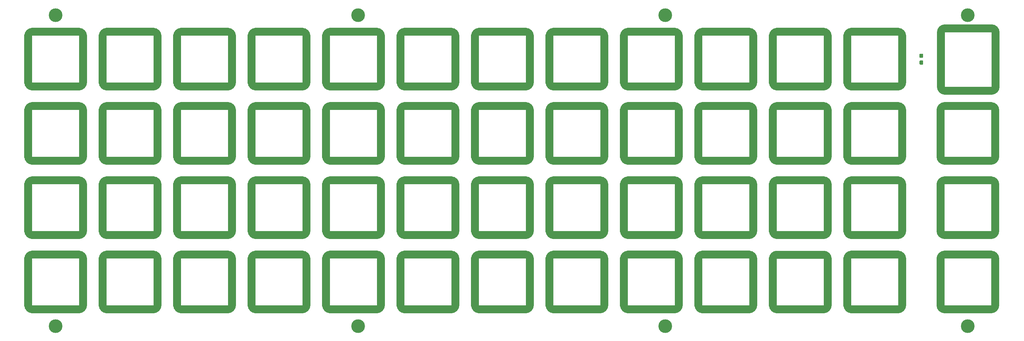
<source format=gbr>
G04 #@! TF.GenerationSoftware,KiCad,Pcbnew,(5.1.4-0)*
G04 #@! TF.CreationDate,2021-11-04T10:17:46-05:00*
G04 #@! TF.ProjectId,top_plate,746f705f-706c-4617-9465-2e6b69636164,rev?*
G04 #@! TF.SameCoordinates,Original*
G04 #@! TF.FileFunction,Soldermask,Bot*
G04 #@! TF.FilePolarity,Negative*
%FSLAX46Y46*%
G04 Gerber Fmt 4.6, Leading zero omitted, Abs format (unit mm)*
G04 Created by KiCad (PCBNEW (5.1.4-0)) date 2021-11-04 10:17:46*
%MOMM*%
%LPD*%
G04 APERTURE LIST*
%ADD10C,2.000000*%
%ADD11C,3.500000*%
%ADD12C,0.100000*%
%ADD13C,0.950000*%
G04 APERTURE END LIST*
D10*
X396336010Y-113156700D02*
G75*
G02X395336010Y-114156700I-1000000J0D01*
G01*
X383336010Y-114156700D02*
G75*
G02X382336010Y-113156700I0J1000000D01*
G01*
X382336010Y-101156700D02*
G75*
G02X383336010Y-100156700I1000000J0D01*
G01*
X395336010Y-100156700D02*
G75*
G02X396336010Y-101156700I0J-1000000D01*
G01*
X396336010Y-113156700D02*
X396336010Y-101156700D01*
X395336010Y-114156700D02*
X383336010Y-114156700D01*
X382336010Y-113156700D02*
X382336010Y-101156700D01*
X395336010Y-100156700D02*
X383336010Y-100156700D01*
X396335890Y-94106428D02*
G75*
G02X395335890Y-95106428I-1000000J0D01*
G01*
X383335890Y-95106428D02*
G75*
G02X382335890Y-94106428I0J1000000D01*
G01*
X382335890Y-82106428D02*
G75*
G02X383335890Y-81106428I1000000J0D01*
G01*
X395335890Y-81106428D02*
G75*
G02X396335890Y-82106428I0J-1000000D01*
G01*
X396335890Y-94106428D02*
X396335890Y-82106428D01*
X395335890Y-95106428D02*
X383335890Y-95106428D01*
X382335890Y-94106428D02*
X382335890Y-82106428D01*
X395335890Y-81106428D02*
X383335890Y-81106428D01*
X396335890Y-75056444D02*
G75*
G02X395335890Y-76056444I-1000000J0D01*
G01*
X383335890Y-76056444D02*
G75*
G02X382335890Y-75056444I0J1000000D01*
G01*
X382335890Y-63056444D02*
G75*
G02X383335890Y-62056444I1000000J0D01*
G01*
X395335890Y-62056444D02*
G75*
G02X396335890Y-63056444I0J-1000000D01*
G01*
X396335890Y-75056444D02*
X396335890Y-63056444D01*
X395335890Y-76056444D02*
X383335890Y-76056444D01*
X382335890Y-75056444D02*
X382335890Y-63056444D01*
X395335890Y-62056444D02*
X383335890Y-62056444D01*
X372523410Y-113156700D02*
G75*
G02X371523410Y-114156700I-1000000J0D01*
G01*
X359523410Y-114156700D02*
G75*
G02X358523410Y-113156700I0J1000000D01*
G01*
X358523410Y-101156700D02*
G75*
G02X359523410Y-100156700I1000000J0D01*
G01*
X371523410Y-100156700D02*
G75*
G02X372523410Y-101156700I0J-1000000D01*
G01*
X372523410Y-113156700D02*
X372523410Y-101156700D01*
X371523410Y-114156700D02*
X359523410Y-114156700D01*
X358523410Y-113156700D02*
X358523410Y-101156700D01*
X371523410Y-100156700D02*
X359523410Y-100156700D01*
X353473330Y-113160000D02*
G75*
G02X352473330Y-114160000I-1000000J0D01*
G01*
X340473330Y-114160000D02*
G75*
G02X339473330Y-113160000I0J1000000D01*
G01*
X339473330Y-101160000D02*
G75*
G02X340473330Y-100160000I1000000J0D01*
G01*
X352473330Y-100160000D02*
G75*
G02X353473330Y-101160000I0J-1000000D01*
G01*
X353473330Y-113160000D02*
X353473330Y-101160000D01*
X352473330Y-114160000D02*
X340473330Y-114160000D01*
X339473330Y-113160000D02*
X339473330Y-101160000D01*
X352473330Y-100160000D02*
X340473330Y-100160000D01*
X334423250Y-113156700D02*
G75*
G02X333423250Y-114156700I-1000000J0D01*
G01*
X321423250Y-114156700D02*
G75*
G02X320423250Y-113156700I0J1000000D01*
G01*
X320423250Y-101156700D02*
G75*
G02X321423250Y-100156700I1000000J0D01*
G01*
X333423250Y-100156700D02*
G75*
G02X334423250Y-101156700I0J-1000000D01*
G01*
X334423250Y-113156700D02*
X334423250Y-101156700D01*
X333423250Y-114156700D02*
X321423250Y-114156700D01*
X320423250Y-113156700D02*
X320423250Y-101156700D01*
X333423250Y-100156700D02*
X321423250Y-100156700D01*
X315373170Y-113156700D02*
G75*
G02X314373170Y-114156700I-1000000J0D01*
G01*
X302373170Y-114156700D02*
G75*
G02X301373170Y-113156700I0J1000000D01*
G01*
X301373170Y-101156700D02*
G75*
G02X302373170Y-100156700I1000000J0D01*
G01*
X314373170Y-100156700D02*
G75*
G02X315373170Y-101156700I0J-1000000D01*
G01*
X315373170Y-113156700D02*
X315373170Y-101156700D01*
X314373170Y-114156700D02*
X302373170Y-114156700D01*
X301373170Y-113156700D02*
X301373170Y-101156700D01*
X314373170Y-100156700D02*
X302373170Y-100156700D01*
X296323090Y-113156700D02*
G75*
G02X295323090Y-114156700I-1000000J0D01*
G01*
X283323090Y-114156700D02*
G75*
G02X282323090Y-113156700I0J1000000D01*
G01*
X282323090Y-101156700D02*
G75*
G02X283323090Y-100156700I1000000J0D01*
G01*
X295323090Y-100156700D02*
G75*
G02X296323090Y-101156700I0J-1000000D01*
G01*
X296323090Y-113156700D02*
X296323090Y-101156700D01*
X295323090Y-114156700D02*
X283323090Y-114156700D01*
X282323090Y-113156700D02*
X282323090Y-101156700D01*
X295323090Y-100156700D02*
X283323090Y-100156700D01*
X277273010Y-113156700D02*
G75*
G02X276273010Y-114156700I-1000000J0D01*
G01*
X264273010Y-114156700D02*
G75*
G02X263273010Y-113156700I0J1000000D01*
G01*
X263273010Y-101156700D02*
G75*
G02X264273010Y-100156700I1000000J0D01*
G01*
X276273010Y-100156700D02*
G75*
G02X277273010Y-101156700I0J-1000000D01*
G01*
X277273010Y-113156700D02*
X277273010Y-101156700D01*
X276273010Y-114156700D02*
X264273010Y-114156700D01*
X263273010Y-113156700D02*
X263273010Y-101156700D01*
X276273010Y-100156700D02*
X264273010Y-100156700D01*
X258222930Y-113156700D02*
G75*
G02X257222930Y-114156700I-1000000J0D01*
G01*
X245222930Y-114156700D02*
G75*
G02X244222930Y-113156700I0J1000000D01*
G01*
X244222930Y-101156700D02*
G75*
G02X245222930Y-100156700I1000000J0D01*
G01*
X257222930Y-100156700D02*
G75*
G02X258222930Y-101156700I0J-1000000D01*
G01*
X258222930Y-113156700D02*
X258222930Y-101156700D01*
X257222930Y-114156700D02*
X245222930Y-114156700D01*
X244222930Y-113156700D02*
X244222930Y-101156700D01*
X257222930Y-100156700D02*
X245222930Y-100156700D01*
X239172850Y-113156700D02*
G75*
G02X238172850Y-114156700I-1000000J0D01*
G01*
X226172850Y-114156700D02*
G75*
G02X225172850Y-113156700I0J1000000D01*
G01*
X225172850Y-101156700D02*
G75*
G02X226172850Y-100156700I1000000J0D01*
G01*
X238172850Y-100156700D02*
G75*
G02X239172850Y-101156700I0J-1000000D01*
G01*
X239172850Y-113156700D02*
X239172850Y-101156700D01*
X238172850Y-114156700D02*
X226172850Y-114156700D01*
X225172850Y-113156700D02*
X225172850Y-101156700D01*
X238172850Y-100156700D02*
X226172850Y-100156700D01*
X220122770Y-113156700D02*
G75*
G02X219122770Y-114156700I-1000000J0D01*
G01*
X207122770Y-114156700D02*
G75*
G02X206122770Y-113156700I0J1000000D01*
G01*
X206122770Y-101156700D02*
G75*
G02X207122770Y-100156700I1000000J0D01*
G01*
X219122770Y-100156700D02*
G75*
G02X220122770Y-101156700I0J-1000000D01*
G01*
X220122770Y-113156700D02*
X220122770Y-101156700D01*
X219122770Y-114156700D02*
X207122770Y-114156700D01*
X206122770Y-113156700D02*
X206122770Y-101156700D01*
X219122770Y-100156700D02*
X207122770Y-100156700D01*
X201072690Y-113156700D02*
G75*
G02X200072690Y-114156700I-1000000J0D01*
G01*
X188072690Y-114156700D02*
G75*
G02X187072690Y-113156700I0J1000000D01*
G01*
X187072690Y-101156700D02*
G75*
G02X188072690Y-100156700I1000000J0D01*
G01*
X200072690Y-100156700D02*
G75*
G02X201072690Y-101156700I0J-1000000D01*
G01*
X201072690Y-113156700D02*
X201072690Y-101156700D01*
X200072690Y-114156700D02*
X188072690Y-114156700D01*
X187072690Y-113156700D02*
X187072690Y-101156700D01*
X200072690Y-100156700D02*
X188072690Y-100156700D01*
X182022610Y-113156700D02*
G75*
G02X181022610Y-114156700I-1000000J0D01*
G01*
X169022610Y-114156700D02*
G75*
G02X168022610Y-113156700I0J1000000D01*
G01*
X168022610Y-101156700D02*
G75*
G02X169022610Y-100156700I1000000J0D01*
G01*
X181022610Y-100156700D02*
G75*
G02X182022610Y-101156700I0J-1000000D01*
G01*
X182022610Y-113156700D02*
X182022610Y-101156700D01*
X181022610Y-114156700D02*
X169022610Y-114156700D01*
X168022610Y-113156700D02*
X168022610Y-101156700D01*
X181022610Y-100156700D02*
X169022610Y-100156700D01*
X162972530Y-113156700D02*
G75*
G02X161972530Y-114156700I-1000000J0D01*
G01*
X149972530Y-114156700D02*
G75*
G02X148972530Y-113156700I0J1000000D01*
G01*
X148972530Y-101156700D02*
G75*
G02X149972530Y-100156700I1000000J0D01*
G01*
X161972530Y-100156700D02*
G75*
G02X162972530Y-101156700I0J-1000000D01*
G01*
X162972530Y-113156700D02*
X162972530Y-101156700D01*
X161972530Y-114156700D02*
X149972530Y-114156700D01*
X148972530Y-113156700D02*
X148972530Y-101156700D01*
X161972530Y-100156700D02*
X149972530Y-100156700D01*
X372523410Y-94106620D02*
G75*
G02X371523410Y-95106620I-1000000J0D01*
G01*
X359523410Y-95106620D02*
G75*
G02X358523410Y-94106620I0J1000000D01*
G01*
X358523410Y-82106620D02*
G75*
G02X359523410Y-81106620I1000000J0D01*
G01*
X371523410Y-81106620D02*
G75*
G02X372523410Y-82106620I0J-1000000D01*
G01*
X372523410Y-94106620D02*
X372523410Y-82106620D01*
X371523410Y-95106620D02*
X359523410Y-95106620D01*
X358523410Y-94106620D02*
X358523410Y-82106620D01*
X371523410Y-81106620D02*
X359523410Y-81106620D01*
X353473330Y-94106620D02*
G75*
G02X352473330Y-95106620I-1000000J0D01*
G01*
X340473330Y-95106620D02*
G75*
G02X339473330Y-94106620I0J1000000D01*
G01*
X339473330Y-82106620D02*
G75*
G02X340473330Y-81106620I1000000J0D01*
G01*
X352473330Y-81106620D02*
G75*
G02X353473330Y-82106620I0J-1000000D01*
G01*
X353473330Y-94106620D02*
X353473330Y-82106620D01*
X352473330Y-95106620D02*
X340473330Y-95106620D01*
X339473330Y-94106620D02*
X339473330Y-82106620D01*
X352473330Y-81106620D02*
X340473330Y-81106620D01*
X334423250Y-94106620D02*
G75*
G02X333423250Y-95106620I-1000000J0D01*
G01*
X321423250Y-95106620D02*
G75*
G02X320423250Y-94106620I0J1000000D01*
G01*
X320423250Y-82106620D02*
G75*
G02X321423250Y-81106620I1000000J0D01*
G01*
X333423250Y-81106620D02*
G75*
G02X334423250Y-82106620I0J-1000000D01*
G01*
X334423250Y-94106620D02*
X334423250Y-82106620D01*
X333423250Y-95106620D02*
X321423250Y-95106620D01*
X320423250Y-94106620D02*
X320423250Y-82106620D01*
X333423250Y-81106620D02*
X321423250Y-81106620D01*
X315373170Y-94106620D02*
G75*
G02X314373170Y-95106620I-1000000J0D01*
G01*
X302373170Y-95106620D02*
G75*
G02X301373170Y-94106620I0J1000000D01*
G01*
X301373170Y-82106620D02*
G75*
G02X302373170Y-81106620I1000000J0D01*
G01*
X314373170Y-81106620D02*
G75*
G02X315373170Y-82106620I0J-1000000D01*
G01*
X315373170Y-94106620D02*
X315373170Y-82106620D01*
X314373170Y-95106620D02*
X302373170Y-95106620D01*
X301373170Y-94106620D02*
X301373170Y-82106620D01*
X314373170Y-81106620D02*
X302373170Y-81106620D01*
X296323090Y-94106620D02*
G75*
G02X295323090Y-95106620I-1000000J0D01*
G01*
X283323090Y-95106620D02*
G75*
G02X282323090Y-94106620I0J1000000D01*
G01*
X282323090Y-82106620D02*
G75*
G02X283323090Y-81106620I1000000J0D01*
G01*
X295323090Y-81106620D02*
G75*
G02X296323090Y-82106620I0J-1000000D01*
G01*
X296323090Y-94106620D02*
X296323090Y-82106620D01*
X295323090Y-95106620D02*
X283323090Y-95106620D01*
X282323090Y-94106620D02*
X282323090Y-82106620D01*
X295323090Y-81106620D02*
X283323090Y-81106620D01*
X277273010Y-94106620D02*
G75*
G02X276273010Y-95106620I-1000000J0D01*
G01*
X264273010Y-95106620D02*
G75*
G02X263273010Y-94106620I0J1000000D01*
G01*
X263273010Y-82106620D02*
G75*
G02X264273010Y-81106620I1000000J0D01*
G01*
X276273010Y-81106620D02*
G75*
G02X277273010Y-82106620I0J-1000000D01*
G01*
X277273010Y-94106620D02*
X277273010Y-82106620D01*
X276273010Y-95106620D02*
X264273010Y-95106620D01*
X263273010Y-94106620D02*
X263273010Y-82106620D01*
X276273010Y-81106620D02*
X264273010Y-81106620D01*
X258222930Y-94106620D02*
G75*
G02X257222930Y-95106620I-1000000J0D01*
G01*
X245222930Y-95106620D02*
G75*
G02X244222930Y-94106620I0J1000000D01*
G01*
X244222930Y-82106620D02*
G75*
G02X245222930Y-81106620I1000000J0D01*
G01*
X257222930Y-81106620D02*
G75*
G02X258222930Y-82106620I0J-1000000D01*
G01*
X258222930Y-94106620D02*
X258222930Y-82106620D01*
X257222930Y-95106620D02*
X245222930Y-95106620D01*
X244222930Y-94106620D02*
X244222930Y-82106620D01*
X257222930Y-81106620D02*
X245222930Y-81106620D01*
X239172850Y-94106620D02*
G75*
G02X238172850Y-95106620I-1000000J0D01*
G01*
X226172850Y-95106620D02*
G75*
G02X225172850Y-94106620I0J1000000D01*
G01*
X225172850Y-82106620D02*
G75*
G02X226172850Y-81106620I1000000J0D01*
G01*
X238172850Y-81106620D02*
G75*
G02X239172850Y-82106620I0J-1000000D01*
G01*
X239172850Y-94106620D02*
X239172850Y-82106620D01*
X238172850Y-95106620D02*
X226172850Y-95106620D01*
X225172850Y-94106620D02*
X225172850Y-82106620D01*
X238172850Y-81106620D02*
X226172850Y-81106620D01*
X220122770Y-94106620D02*
G75*
G02X219122770Y-95106620I-1000000J0D01*
G01*
X207122770Y-95106620D02*
G75*
G02X206122770Y-94106620I0J1000000D01*
G01*
X206122770Y-82106620D02*
G75*
G02X207122770Y-81106620I1000000J0D01*
G01*
X219122770Y-81106620D02*
G75*
G02X220122770Y-82106620I0J-1000000D01*
G01*
X220122770Y-94106620D02*
X220122770Y-82106620D01*
X219122770Y-95106620D02*
X207122770Y-95106620D01*
X206122770Y-94106620D02*
X206122770Y-82106620D01*
X219122770Y-81106620D02*
X207122770Y-81106620D01*
X201072690Y-94106620D02*
G75*
G02X200072690Y-95106620I-1000000J0D01*
G01*
X188072690Y-95106620D02*
G75*
G02X187072690Y-94106620I0J1000000D01*
G01*
X187072690Y-82106620D02*
G75*
G02X188072690Y-81106620I1000000J0D01*
G01*
X200072690Y-81106620D02*
G75*
G02X201072690Y-82106620I0J-1000000D01*
G01*
X201072690Y-94106620D02*
X201072690Y-82106620D01*
X200072690Y-95106620D02*
X188072690Y-95106620D01*
X187072690Y-94106620D02*
X187072690Y-82106620D01*
X200072690Y-81106620D02*
X188072690Y-81106620D01*
X182022610Y-94106620D02*
G75*
G02X181022610Y-95106620I-1000000J0D01*
G01*
X169022610Y-95106620D02*
G75*
G02X168022610Y-94106620I0J1000000D01*
G01*
X168022610Y-82106620D02*
G75*
G02X169022610Y-81106620I1000000J0D01*
G01*
X181022610Y-81106620D02*
G75*
G02X182022610Y-82106620I0J-1000000D01*
G01*
X182022610Y-94106620D02*
X182022610Y-82106620D01*
X181022610Y-95106620D02*
X169022610Y-95106620D01*
X168022610Y-94106620D02*
X168022610Y-82106620D01*
X181022610Y-81106620D02*
X169022610Y-81106620D01*
X162972530Y-94106620D02*
G75*
G02X161972530Y-95106620I-1000000J0D01*
G01*
X149972530Y-95106620D02*
G75*
G02X148972530Y-94106620I0J1000000D01*
G01*
X148972530Y-82106620D02*
G75*
G02X149972530Y-81106620I1000000J0D01*
G01*
X161972530Y-81106620D02*
G75*
G02X162972530Y-82106620I0J-1000000D01*
G01*
X162972530Y-94106620D02*
X162972530Y-82106620D01*
X161972530Y-95106620D02*
X149972530Y-95106620D01*
X148972530Y-94106620D02*
X148972530Y-82106620D01*
X161972530Y-81106620D02*
X149972530Y-81106620D01*
X372523410Y-75056540D02*
G75*
G02X371523410Y-76056540I-1000000J0D01*
G01*
X359523410Y-76056540D02*
G75*
G02X358523410Y-75056540I0J1000000D01*
G01*
X358523410Y-63056540D02*
G75*
G02X359523410Y-62056540I1000000J0D01*
G01*
X371523410Y-62056540D02*
G75*
G02X372523410Y-63056540I0J-1000000D01*
G01*
X372523410Y-75056540D02*
X372523410Y-63056540D01*
X371523410Y-76056540D02*
X359523410Y-76056540D01*
X358523410Y-75056540D02*
X358523410Y-63056540D01*
X371523410Y-62056540D02*
X359523410Y-62056540D01*
X353473330Y-75056540D02*
G75*
G02X352473330Y-76056540I-1000000J0D01*
G01*
X340473330Y-76056540D02*
G75*
G02X339473330Y-75056540I0J1000000D01*
G01*
X339473330Y-63056540D02*
G75*
G02X340473330Y-62056540I1000000J0D01*
G01*
X352473330Y-62056540D02*
G75*
G02X353473330Y-63056540I0J-1000000D01*
G01*
X353473330Y-75056540D02*
X353473330Y-63056540D01*
X352473330Y-76056540D02*
X340473330Y-76056540D01*
X339473330Y-75056540D02*
X339473330Y-63056540D01*
X352473330Y-62056540D02*
X340473330Y-62056540D01*
X334423250Y-75056540D02*
G75*
G02X333423250Y-76056540I-1000000J0D01*
G01*
X321423250Y-76056540D02*
G75*
G02X320423250Y-75056540I0J1000000D01*
G01*
X320423250Y-63056540D02*
G75*
G02X321423250Y-62056540I1000000J0D01*
G01*
X333423250Y-62056540D02*
G75*
G02X334423250Y-63056540I0J-1000000D01*
G01*
X334423250Y-75056540D02*
X334423250Y-63056540D01*
X333423250Y-76056540D02*
X321423250Y-76056540D01*
X320423250Y-75056540D02*
X320423250Y-63056540D01*
X333423250Y-62056540D02*
X321423250Y-62056540D01*
X315373170Y-75056540D02*
G75*
G02X314373170Y-76056540I-1000000J0D01*
G01*
X302373170Y-76056540D02*
G75*
G02X301373170Y-75056540I0J1000000D01*
G01*
X301373170Y-63056540D02*
G75*
G02X302373170Y-62056540I1000000J0D01*
G01*
X314373170Y-62056540D02*
G75*
G02X315373170Y-63056540I0J-1000000D01*
G01*
X315373170Y-75056540D02*
X315373170Y-63056540D01*
X314373170Y-76056540D02*
X302373170Y-76056540D01*
X301373170Y-75056540D02*
X301373170Y-63056540D01*
X314373170Y-62056540D02*
X302373170Y-62056540D01*
X296323090Y-75056540D02*
G75*
G02X295323090Y-76056540I-1000000J0D01*
G01*
X283323090Y-76056540D02*
G75*
G02X282323090Y-75056540I0J1000000D01*
G01*
X282323090Y-63056540D02*
G75*
G02X283323090Y-62056540I1000000J0D01*
G01*
X295323090Y-62056540D02*
G75*
G02X296323090Y-63056540I0J-1000000D01*
G01*
X296323090Y-75056540D02*
X296323090Y-63056540D01*
X295323090Y-76056540D02*
X283323090Y-76056540D01*
X282323090Y-75056540D02*
X282323090Y-63056540D01*
X295323090Y-62056540D02*
X283323090Y-62056540D01*
X277273010Y-75056540D02*
G75*
G02X276273010Y-76056540I-1000000J0D01*
G01*
X264273010Y-76056540D02*
G75*
G02X263273010Y-75056540I0J1000000D01*
G01*
X263273010Y-63056540D02*
G75*
G02X264273010Y-62056540I1000000J0D01*
G01*
X276273010Y-62056540D02*
G75*
G02X277273010Y-63056540I0J-1000000D01*
G01*
X277273010Y-75056540D02*
X277273010Y-63056540D01*
X276273010Y-76056540D02*
X264273010Y-76056540D01*
X263273010Y-75056540D02*
X263273010Y-63056540D01*
X276273010Y-62056540D02*
X264273010Y-62056540D01*
X258222930Y-75056540D02*
G75*
G02X257222930Y-76056540I-1000000J0D01*
G01*
X245222930Y-76056540D02*
G75*
G02X244222930Y-75056540I0J1000000D01*
G01*
X244222930Y-63056540D02*
G75*
G02X245222930Y-62056540I1000000J0D01*
G01*
X257222930Y-62056540D02*
G75*
G02X258222930Y-63056540I0J-1000000D01*
G01*
X258222930Y-75056540D02*
X258222930Y-63056540D01*
X257222930Y-76056540D02*
X245222930Y-76056540D01*
X244222930Y-75056540D02*
X244222930Y-63056540D01*
X257222930Y-62056540D02*
X245222930Y-62056540D01*
X239172850Y-75056540D02*
G75*
G02X238172850Y-76056540I-1000000J0D01*
G01*
X226172850Y-76056540D02*
G75*
G02X225172850Y-75056540I0J1000000D01*
G01*
X225172850Y-63056540D02*
G75*
G02X226172850Y-62056540I1000000J0D01*
G01*
X238172850Y-62056540D02*
G75*
G02X239172850Y-63056540I0J-1000000D01*
G01*
X239172850Y-75056540D02*
X239172850Y-63056540D01*
X238172850Y-76056540D02*
X226172850Y-76056540D01*
X225172850Y-75056540D02*
X225172850Y-63056540D01*
X238172850Y-62056540D02*
X226172850Y-62056540D01*
X220122770Y-75056540D02*
G75*
G02X219122770Y-76056540I-1000000J0D01*
G01*
X207122770Y-76056540D02*
G75*
G02X206122770Y-75056540I0J1000000D01*
G01*
X206122770Y-63056540D02*
G75*
G02X207122770Y-62056540I1000000J0D01*
G01*
X219122770Y-62056540D02*
G75*
G02X220122770Y-63056540I0J-1000000D01*
G01*
X220122770Y-75056540D02*
X220122770Y-63056540D01*
X219122770Y-76056540D02*
X207122770Y-76056540D01*
X206122770Y-75056540D02*
X206122770Y-63056540D01*
X219122770Y-62056540D02*
X207122770Y-62056540D01*
X201072690Y-75056540D02*
G75*
G02X200072690Y-76056540I-1000000J0D01*
G01*
X188072690Y-76056540D02*
G75*
G02X187072690Y-75056540I0J1000000D01*
G01*
X187072690Y-63056540D02*
G75*
G02X188072690Y-62056540I1000000J0D01*
G01*
X200072690Y-62056540D02*
G75*
G02X201072690Y-63056540I0J-1000000D01*
G01*
X201072690Y-75056540D02*
X201072690Y-63056540D01*
X200072690Y-76056540D02*
X188072690Y-76056540D01*
X187072690Y-75056540D02*
X187072690Y-63056540D01*
X200072690Y-62056540D02*
X188072690Y-62056540D01*
X182022610Y-75056540D02*
G75*
G02X181022610Y-76056540I-1000000J0D01*
G01*
X169022610Y-76056540D02*
G75*
G02X168022610Y-75056540I0J1000000D01*
G01*
X168022610Y-63056540D02*
G75*
G02X169022610Y-62056540I1000000J0D01*
G01*
X181022610Y-62056540D02*
G75*
G02X182022610Y-63056540I0J-1000000D01*
G01*
X182022610Y-75056540D02*
X182022610Y-63056540D01*
X181022610Y-76056540D02*
X169022610Y-76056540D01*
X168022610Y-75056540D02*
X168022610Y-63056540D01*
X181022610Y-62056540D02*
X169022610Y-62056540D01*
X162972530Y-75056540D02*
G75*
G02X161972530Y-76056540I-1000000J0D01*
G01*
X149972530Y-76056540D02*
G75*
G02X148972530Y-75056540I0J1000000D01*
G01*
X148972530Y-63056540D02*
G75*
G02X149972530Y-62056540I1000000J0D01*
G01*
X161972530Y-62056540D02*
G75*
G02X162972530Y-63056540I0J-1000000D01*
G01*
X162972530Y-75056540D02*
X162972530Y-63056540D01*
X161972530Y-76056540D02*
X149972530Y-76056540D01*
X148972530Y-75056540D02*
X148972530Y-63056540D01*
X161972530Y-62056540D02*
X149972530Y-62056540D01*
X372523410Y-56006460D02*
G75*
G02X371523410Y-57006460I-1000000J0D01*
G01*
X359523410Y-57006460D02*
G75*
G02X358523410Y-56006460I0J1000000D01*
G01*
X358523410Y-44006460D02*
G75*
G02X359523410Y-43006460I1000000J0D01*
G01*
X371523410Y-43006460D02*
G75*
G02X372523410Y-44006460I0J-1000000D01*
G01*
X372523410Y-56006460D02*
X372523410Y-44006460D01*
X371523410Y-57006460D02*
X359523410Y-57006460D01*
X358523410Y-56006460D02*
X358523410Y-44006460D01*
X371523410Y-43006460D02*
X359523410Y-43006460D01*
X353473330Y-56006460D02*
G75*
G02X352473330Y-57006460I-1000000J0D01*
G01*
X340473330Y-57006460D02*
G75*
G02X339473330Y-56006460I0J1000000D01*
G01*
X339473330Y-44006460D02*
G75*
G02X340473330Y-43006460I1000000J0D01*
G01*
X352473330Y-43006460D02*
G75*
G02X353473330Y-44006460I0J-1000000D01*
G01*
X353473330Y-56006460D02*
X353473330Y-44006460D01*
X352473330Y-57006460D02*
X340473330Y-57006460D01*
X339473330Y-56006460D02*
X339473330Y-44006460D01*
X352473330Y-43006460D02*
X340473330Y-43006460D01*
X334423250Y-56006460D02*
G75*
G02X333423250Y-57006460I-1000000J0D01*
G01*
X321423250Y-57006460D02*
G75*
G02X320423250Y-56006460I0J1000000D01*
G01*
X320423250Y-44006460D02*
G75*
G02X321423250Y-43006460I1000000J0D01*
G01*
X333423250Y-43006460D02*
G75*
G02X334423250Y-44006460I0J-1000000D01*
G01*
X334423250Y-56006460D02*
X334423250Y-44006460D01*
X333423250Y-57006460D02*
X321423250Y-57006460D01*
X320423250Y-56006460D02*
X320423250Y-44006460D01*
X333423250Y-43006460D02*
X321423250Y-43006460D01*
X315373362Y-56006460D02*
G75*
G02X314373362Y-57006460I-1000000J0D01*
G01*
X302373362Y-57006460D02*
G75*
G02X301373362Y-56006460I0J1000000D01*
G01*
X301373362Y-44006460D02*
G75*
G02X302373362Y-43006460I1000000J0D01*
G01*
X314373362Y-43006460D02*
G75*
G02X315373362Y-44006460I0J-1000000D01*
G01*
X315373362Y-56006460D02*
X315373362Y-44006460D01*
X314373362Y-57006460D02*
X302373362Y-57006460D01*
X301373362Y-56006460D02*
X301373362Y-44006460D01*
X314373362Y-43006460D02*
X302373362Y-43006460D01*
X296323346Y-56006460D02*
G75*
G02X295323346Y-57006460I-1000000J0D01*
G01*
X283323346Y-57006460D02*
G75*
G02X282323346Y-56006460I0J1000000D01*
G01*
X282323346Y-44006460D02*
G75*
G02X283323346Y-43006460I1000000J0D01*
G01*
X295323346Y-43006460D02*
G75*
G02X296323346Y-44006460I0J-1000000D01*
G01*
X296323346Y-56006460D02*
X296323346Y-44006460D01*
X295323346Y-57006460D02*
X283323346Y-57006460D01*
X282323346Y-56006460D02*
X282323346Y-44006460D01*
X295323346Y-43006460D02*
X283323346Y-43006460D01*
X277273330Y-56006460D02*
G75*
G02X276273330Y-57006460I-1000000J0D01*
G01*
X264273330Y-57006460D02*
G75*
G02X263273330Y-56006460I0J1000000D01*
G01*
X263273330Y-44006460D02*
G75*
G02X264273330Y-43006460I1000000J0D01*
G01*
X276273330Y-43006460D02*
G75*
G02X277273330Y-44006460I0J-1000000D01*
G01*
X277273330Y-56006460D02*
X277273330Y-44006460D01*
X276273330Y-57006460D02*
X264273330Y-57006460D01*
X263273330Y-56006460D02*
X263273330Y-44006460D01*
X276273330Y-43006460D02*
X264273330Y-43006460D01*
X258223314Y-56006460D02*
G75*
G02X257223314Y-57006460I-1000000J0D01*
G01*
X245223314Y-57006460D02*
G75*
G02X244223314Y-56006460I0J1000000D01*
G01*
X244223314Y-44006460D02*
G75*
G02X245223314Y-43006460I1000000J0D01*
G01*
X257223314Y-43006460D02*
G75*
G02X258223314Y-44006460I0J-1000000D01*
G01*
X258223314Y-56006460D02*
X258223314Y-44006460D01*
X257223314Y-57006460D02*
X245223314Y-57006460D01*
X244223314Y-56006460D02*
X244223314Y-44006460D01*
X257223314Y-43006460D02*
X245223314Y-43006460D01*
X239172850Y-56006460D02*
G75*
G02X238172850Y-57006460I-1000000J0D01*
G01*
X226172850Y-57006460D02*
G75*
G02X225172850Y-56006460I0J1000000D01*
G01*
X225172850Y-44006460D02*
G75*
G02X226172850Y-43006460I1000000J0D01*
G01*
X238172850Y-43006460D02*
G75*
G02X239172850Y-44006460I0J-1000000D01*
G01*
X239172850Y-56006460D02*
X239172850Y-44006460D01*
X238172850Y-57006460D02*
X226172850Y-57006460D01*
X225172850Y-56006460D02*
X225172850Y-44006460D01*
X238172850Y-43006460D02*
X226172850Y-43006460D01*
X220122770Y-56006460D02*
G75*
G02X219122770Y-57006460I-1000000J0D01*
G01*
X207122770Y-57006460D02*
G75*
G02X206122770Y-56006460I0J1000000D01*
G01*
X206122770Y-44006460D02*
G75*
G02X207122770Y-43006460I1000000J0D01*
G01*
X219122770Y-43006460D02*
G75*
G02X220122770Y-44006460I0J-1000000D01*
G01*
X220122770Y-56006460D02*
X220122770Y-44006460D01*
X219122770Y-57006460D02*
X207122770Y-57006460D01*
X206122770Y-56006460D02*
X206122770Y-44006460D01*
X219122770Y-43006460D02*
X207122770Y-43006460D01*
X201072690Y-56006460D02*
G75*
G02X200072690Y-57006460I-1000000J0D01*
G01*
X188072690Y-57006460D02*
G75*
G02X187072690Y-56006460I0J1000000D01*
G01*
X187072690Y-44006460D02*
G75*
G02X188072690Y-43006460I1000000J0D01*
G01*
X200072690Y-43006460D02*
G75*
G02X201072690Y-44006460I0J-1000000D01*
G01*
X201072690Y-56006460D02*
X201072690Y-44006460D01*
X200072690Y-57006460D02*
X188072690Y-57006460D01*
X187072690Y-56006460D02*
X187072690Y-44006460D01*
X200072690Y-43006460D02*
X188072690Y-43006460D01*
X182022610Y-56006460D02*
G75*
G02X181022610Y-57006460I-1000000J0D01*
G01*
X169022610Y-57006460D02*
G75*
G02X168022610Y-56006460I0J1000000D01*
G01*
X168022610Y-44006460D02*
G75*
G02X169022610Y-43006460I1000000J0D01*
G01*
X181022610Y-43006460D02*
G75*
G02X182022610Y-44006460I0J-1000000D01*
G01*
X182022610Y-56006460D02*
X182022610Y-44006460D01*
X181022610Y-57006460D02*
X169022610Y-57006460D01*
X168022610Y-56006460D02*
X168022610Y-44006460D01*
X181022610Y-43006460D02*
X169022610Y-43006460D01*
X162972530Y-56006460D02*
G75*
G02X161972530Y-57006460I-1000000J0D01*
G01*
X149972530Y-57006460D02*
G75*
G02X148972530Y-56006460I0J1000000D01*
G01*
X148972530Y-44006460D02*
G75*
G02X149972530Y-43006460I1000000J0D01*
G01*
X161972530Y-43006460D02*
G75*
G02X162972530Y-44006460I0J-1000000D01*
G01*
X162972530Y-56006460D02*
X162972530Y-44006460D01*
X161972530Y-57006460D02*
X149972530Y-57006460D01*
X148972530Y-56006460D02*
X148972530Y-44006460D01*
X161972530Y-43006460D02*
X149972530Y-43006460D01*
X383436010Y-58106460D02*
G75*
G02X382436010Y-57106460I0J1000000D01*
G01*
X382436010Y-43106460D02*
G75*
G02X383436010Y-42106460I1000000J0D01*
G01*
X395436010Y-42106460D02*
G75*
G02X396436010Y-43106460I0J-1000000D01*
G01*
X396436010Y-57106460D02*
G75*
G02X395436010Y-58106460I-1000000J0D01*
G01*
X383436010Y-58106460D02*
X395436010Y-58106460D01*
X382436010Y-57106460D02*
X382436010Y-43106460D01*
X383436010Y-42106460D02*
X395436010Y-42106460D01*
X396436010Y-57106460D02*
X396436010Y-43106460D01*
D11*
X389335890Y-118467340D03*
D12*
G36*
X377690449Y-50357604D02*
G01*
X377713504Y-50361023D01*
X377736113Y-50366687D01*
X377758057Y-50374539D01*
X377779127Y-50384504D01*
X377799118Y-50396486D01*
X377817838Y-50410370D01*
X377835108Y-50426022D01*
X377850760Y-50443292D01*
X377864644Y-50462012D01*
X377876626Y-50482003D01*
X377886591Y-50503073D01*
X377894443Y-50525017D01*
X377900107Y-50547626D01*
X377903526Y-50570681D01*
X377904670Y-50593960D01*
X377904670Y-51168960D01*
X377903526Y-51192239D01*
X377900107Y-51215294D01*
X377894443Y-51237903D01*
X377886591Y-51259847D01*
X377876626Y-51280917D01*
X377864644Y-51300908D01*
X377850760Y-51319628D01*
X377835108Y-51336898D01*
X377817838Y-51352550D01*
X377799118Y-51366434D01*
X377779127Y-51378416D01*
X377758057Y-51388381D01*
X377736113Y-51396233D01*
X377713504Y-51401897D01*
X377690449Y-51405316D01*
X377667170Y-51406460D01*
X377192170Y-51406460D01*
X377168891Y-51405316D01*
X377145836Y-51401897D01*
X377123227Y-51396233D01*
X377101283Y-51388381D01*
X377080213Y-51378416D01*
X377060222Y-51366434D01*
X377041502Y-51352550D01*
X377024232Y-51336898D01*
X377008580Y-51319628D01*
X376994696Y-51300908D01*
X376982714Y-51280917D01*
X376972749Y-51259847D01*
X376964897Y-51237903D01*
X376959233Y-51215294D01*
X376955814Y-51192239D01*
X376954670Y-51168960D01*
X376954670Y-50593960D01*
X376955814Y-50570681D01*
X376959233Y-50547626D01*
X376964897Y-50525017D01*
X376972749Y-50503073D01*
X376982714Y-50482003D01*
X376994696Y-50462012D01*
X377008580Y-50443292D01*
X377024232Y-50426022D01*
X377041502Y-50410370D01*
X377060222Y-50396486D01*
X377080213Y-50384504D01*
X377101283Y-50374539D01*
X377123227Y-50366687D01*
X377145836Y-50361023D01*
X377168891Y-50357604D01*
X377192170Y-50356460D01*
X377667170Y-50356460D01*
X377690449Y-50357604D01*
X377690449Y-50357604D01*
G37*
D13*
X377429670Y-50881460D03*
D12*
G36*
X377690449Y-48607604D02*
G01*
X377713504Y-48611023D01*
X377736113Y-48616687D01*
X377758057Y-48624539D01*
X377779127Y-48634504D01*
X377799118Y-48646486D01*
X377817838Y-48660370D01*
X377835108Y-48676022D01*
X377850760Y-48693292D01*
X377864644Y-48712012D01*
X377876626Y-48732003D01*
X377886591Y-48753073D01*
X377894443Y-48775017D01*
X377900107Y-48797626D01*
X377903526Y-48820681D01*
X377904670Y-48843960D01*
X377904670Y-49418960D01*
X377903526Y-49442239D01*
X377900107Y-49465294D01*
X377894443Y-49487903D01*
X377886591Y-49509847D01*
X377876626Y-49530917D01*
X377864644Y-49550908D01*
X377850760Y-49569628D01*
X377835108Y-49586898D01*
X377817838Y-49602550D01*
X377799118Y-49616434D01*
X377779127Y-49628416D01*
X377758057Y-49638381D01*
X377736113Y-49646233D01*
X377713504Y-49651897D01*
X377690449Y-49655316D01*
X377667170Y-49656460D01*
X377192170Y-49656460D01*
X377168891Y-49655316D01*
X377145836Y-49651897D01*
X377123227Y-49646233D01*
X377101283Y-49638381D01*
X377080213Y-49628416D01*
X377060222Y-49616434D01*
X377041502Y-49602550D01*
X377024232Y-49586898D01*
X377008580Y-49569628D01*
X376994696Y-49550908D01*
X376982714Y-49530917D01*
X376972749Y-49509847D01*
X376964897Y-49487903D01*
X376959233Y-49465294D01*
X376955814Y-49442239D01*
X376954670Y-49418960D01*
X376954670Y-48843960D01*
X376955814Y-48820681D01*
X376959233Y-48797626D01*
X376964897Y-48775017D01*
X376972749Y-48753073D01*
X376982714Y-48732003D01*
X376994696Y-48712012D01*
X377008580Y-48693292D01*
X377024232Y-48676022D01*
X377041502Y-48660370D01*
X377060222Y-48646486D01*
X377080213Y-48634504D01*
X377101283Y-48624539D01*
X377123227Y-48616687D01*
X377145836Y-48611023D01*
X377168891Y-48607604D01*
X377192170Y-48606460D01*
X377667170Y-48606460D01*
X377690449Y-48607604D01*
X377690449Y-48607604D01*
G37*
D13*
X377429670Y-49131460D03*
D11*
X155973586Y-38695532D03*
X155973586Y-118467340D03*
X233364146Y-38695532D03*
X233364146Y-118454889D03*
X311945330Y-38695532D03*
X311945330Y-118467340D03*
X389335890Y-38695532D03*
M02*

</source>
